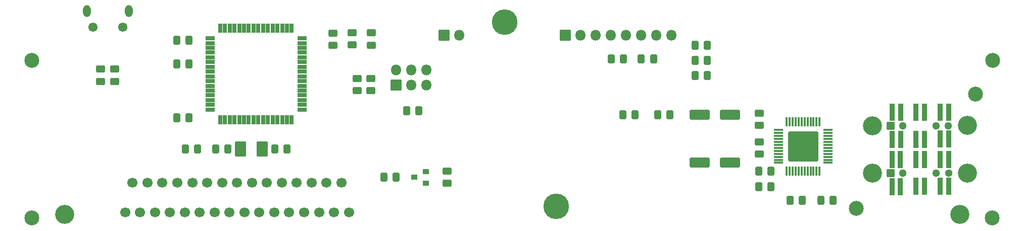
<source format=gts>
%TF.GenerationSoftware,KiCad,Pcbnew,7.0.2-0*%
%TF.CreationDate,2023-12-20T15:00:36+01:00*%
%TF.ProjectId,A500KBMini,41353030-4b42-44d6-996e-692e6b696361,3*%
%TF.SameCoordinates,Original*%
%TF.FileFunction,Soldermask,Top*%
%TF.FilePolarity,Negative*%
%FSLAX46Y46*%
G04 Gerber Fmt 4.6, Leading zero omitted, Abs format (unit mm)*
G04 Created by KiCad (PCBNEW 7.0.2-0) date 2023-12-20 15:00:36*
%MOMM*%
%LPD*%
G01*
G04 APERTURE LIST*
G04 Aperture macros list*
%AMRoundRect*
0 Rectangle with rounded corners*
0 $1 Rounding radius*
0 $2 $3 $4 $5 $6 $7 $8 $9 X,Y pos of 4 corners*
0 Add a 4 corners polygon primitive as box body*
4,1,4,$2,$3,$4,$5,$6,$7,$8,$9,$2,$3,0*
0 Add four circle primitives for the rounded corners*
1,1,$1+$1,$2,$3*
1,1,$1+$1,$4,$5*
1,1,$1+$1,$6,$7*
1,1,$1+$1,$8,$9*
0 Add four rect primitives between the rounded corners*
20,1,$1+$1,$2,$3,$4,$5,0*
20,1,$1+$1,$4,$5,$6,$7,0*
20,1,$1+$1,$6,$7,$8,$9,0*
20,1,$1+$1,$8,$9,$2,$3,0*%
G04 Aperture macros list end*
%ADD10C,4.300000*%
%ADD11RoundRect,0.050000X-0.400000X1.375000X-0.400000X-1.375000X0.400000X-1.375000X0.400000X1.375000X0*%
%ADD12C,2.500000*%
%ADD13C,3.200000*%
%ADD14O,1.300000X2.000000*%
%ADD15C,1.550000*%
%ADD16RoundRect,0.300000X-0.450000X0.325000X-0.450000X-0.325000X0.450000X-0.325000X0.450000X0.325000X0*%
%ADD17RoundRect,0.300000X-0.325000X-0.450000X0.325000X-0.450000X0.325000X0.450000X-0.325000X0.450000X0*%
%ADD18RoundRect,0.300000X0.325000X0.450000X-0.325000X0.450000X-0.325000X-0.450000X0.325000X-0.450000X0*%
%ADD19RoundRect,0.300000X1.412500X0.550000X-1.412500X0.550000X-1.412500X-0.550000X1.412500X-0.550000X0*%
%ADD20RoundRect,0.300000X0.450000X-0.325000X0.450000X0.325000X-0.450000X0.325000X-0.450000X-0.325000X0*%
%ADD21RoundRect,0.050000X0.450000X0.400000X-0.450000X0.400000X-0.450000X-0.400000X0.450000X-0.400000X0*%
%ADD22RoundRect,0.125000X0.075000X0.662500X-0.075000X0.662500X-0.075000X-0.662500X0.075000X-0.662500X0*%
%ADD23RoundRect,0.125000X0.662500X0.075000X-0.662500X0.075000X-0.662500X-0.075000X0.662500X-0.075000X0*%
%ADD24RoundRect,0.300000X2.250000X2.250000X-2.250000X2.250000X-2.250000X-2.250000X2.250000X-2.250000X0*%
%ADD25C,1.300000*%
%ADD26RoundRect,0.050000X-0.600000X-0.600000X0.600000X-0.600000X0.600000X0.600000X-0.600000X0.600000X0*%
%ADD27O,1.800000X1.800000*%
%ADD28RoundRect,0.050000X0.850000X-0.850000X0.850000X0.850000X-0.850000X0.850000X-0.850000X-0.850000X0*%
%ADD29RoundRect,0.050000X0.850000X1.200000X-0.850000X1.200000X-0.850000X-1.200000X0.850000X-1.200000X0*%
%ADD30RoundRect,0.050000X0.400000X-1.375000X0.400000X1.375000X-0.400000X1.375000X-0.400000X-1.375000X0*%
%ADD31RoundRect,0.050000X0.275000X-0.750000X0.275000X0.750000X-0.275000X0.750000X-0.275000X-0.750000X0*%
%ADD32RoundRect,0.050000X-0.750000X-0.275000X0.750000X-0.275000X0.750000X0.275000X-0.750000X0.275000X0*%
%ADD33C,1.700000*%
G04 APERTURE END LIST*
D10*
%TO.C,H26*%
X386402580Y-226021900D03*
%TD*%
D11*
%TO.C,D51*%
X451383400Y-241187500D03*
X451383400Y-245687500D03*
X452783400Y-245687500D03*
X452783400Y-241187500D03*
%TD*%
D12*
%TO.C,H25*%
X465376260Y-238102140D03*
%TD*%
%TO.C,H24*%
X445394080Y-257342640D03*
%TD*%
D13*
%TO.C,H23*%
X312681620Y-258340860D03*
%TD*%
%TO.C,H22*%
X462699100Y-258343400D03*
%TD*%
D14*
%TO.C,J2*%
X323450000Y-224150000D03*
X316450000Y-224150000D03*
D15*
X322450000Y-226850000D03*
X317450000Y-226850000D03*
%TD*%
D16*
%TO.C,R16*%
X360885740Y-229834440D03*
X360885740Y-227784440D03*
%TD*%
%TO.C,R15*%
X364111540Y-229857520D03*
X364111540Y-227807520D03*
%TD*%
D17*
%TO.C,R14*%
X408323000Y-241554000D03*
X406273000Y-241554000D03*
%TD*%
%TO.C,R13*%
X414147000Y-241554000D03*
X412097000Y-241554000D03*
%TD*%
D18*
%TO.C,R12*%
X418338000Y-229870000D03*
X420388000Y-229870000D03*
%TD*%
D16*
%TO.C,R11*%
X363982000Y-237490000D03*
X363982000Y-235440000D03*
%TD*%
%TO.C,R10*%
X361696000Y-237499000D03*
X361696000Y-235449000D03*
%TD*%
D18*
%TO.C,R9*%
X418329000Y-232410000D03*
X420379000Y-232410000D03*
%TD*%
%TO.C,R8*%
X418329000Y-234950000D03*
X420379000Y-234950000D03*
%TD*%
D19*
%TO.C,C16*%
X419100000Y-241550000D03*
X424175000Y-241550000D03*
%TD*%
%TO.C,C15*%
X419100000Y-249650000D03*
X424175000Y-249650000D03*
%TD*%
D17*
%TO.C,R7*%
X431050000Y-253700000D03*
X429000000Y-253700000D03*
%TD*%
D18*
%TO.C,R6*%
X409325000Y-232200000D03*
X411375000Y-232200000D03*
%TD*%
%TO.C,R5*%
X370025000Y-240900000D03*
X372075000Y-240900000D03*
%TD*%
D20*
%TO.C,R4*%
X321050000Y-233900000D03*
X321050000Y-235950000D03*
%TD*%
%TO.C,R3*%
X318700000Y-233900000D03*
X318700000Y-235950000D03*
%TD*%
D17*
%TO.C,R2*%
X368275000Y-252100000D03*
X366225000Y-252100000D03*
%TD*%
D20*
%TO.C,R1*%
X376800000Y-251050000D03*
X376800000Y-253100000D03*
%TD*%
D21*
%TO.C,Q1*%
X371250000Y-252100000D03*
X373250000Y-251150000D03*
X373250000Y-253050000D03*
%TD*%
D10*
%TO.C,H19*%
X395097000Y-256971800D03*
%TD*%
D12*
%TO.C,H18*%
X468193120Y-232435400D03*
%TD*%
%TO.C,H17*%
X468172800Y-258927600D03*
%TD*%
%TO.C,H16*%
X307195220Y-232443020D03*
%TD*%
%TO.C,H15*%
X307200000Y-258950000D03*
%TD*%
D18*
%TO.C,C9*%
X434250000Y-255950000D03*
X436300000Y-255950000D03*
%TD*%
%TO.C,C13*%
X429025000Y-251050000D03*
X431075000Y-251050000D03*
%TD*%
D17*
%TO.C,C14*%
X406375000Y-232200000D03*
X404325000Y-232200000D03*
%TD*%
D13*
%TO.C,H4*%
X463956400Y-243382800D03*
%TD*%
%TO.C,H3*%
X448056000Y-243400000D03*
%TD*%
%TO.C,H2*%
X448081400Y-251358400D03*
%TD*%
%TO.C,H1*%
X463956400Y-251358400D03*
%TD*%
D16*
%TO.C,C12*%
X429150000Y-248200000D03*
X429150000Y-246150000D03*
%TD*%
D17*
%TO.C,C11*%
X441450000Y-255950000D03*
X439400000Y-255950000D03*
%TD*%
D22*
%TO.C,U1*%
X439212500Y-251062500D03*
X438712500Y-251062500D03*
X438212500Y-251062500D03*
X437712500Y-251062500D03*
X437212500Y-251062500D03*
X436712500Y-251062500D03*
X436212500Y-251062500D03*
X435712500Y-251062500D03*
X435212500Y-251062500D03*
X434712500Y-251062500D03*
X434212500Y-251062500D03*
X433712500Y-251062500D03*
D23*
X432300000Y-249650000D03*
X432300000Y-249150000D03*
X432300000Y-248650000D03*
X432300000Y-248150000D03*
X432300000Y-247650000D03*
X432300000Y-247150000D03*
X432300000Y-246650000D03*
X432300000Y-246150000D03*
X432300000Y-245650000D03*
X432300000Y-245150000D03*
X432300000Y-244650000D03*
X432300000Y-244150000D03*
D22*
X433712500Y-242737500D03*
X434212500Y-242737500D03*
X434712500Y-242737500D03*
X435212500Y-242737500D03*
X435712500Y-242737500D03*
X436212500Y-242737500D03*
X436712500Y-242737500D03*
X437212500Y-242737500D03*
X437712500Y-242737500D03*
X438212500Y-242737500D03*
X438712500Y-242737500D03*
X439212500Y-242737500D03*
D23*
X440625000Y-244150000D03*
X440625000Y-244650000D03*
X440625000Y-245150000D03*
X440625000Y-245650000D03*
X440625000Y-246150000D03*
X440625000Y-246650000D03*
X440625000Y-247150000D03*
X440625000Y-247650000D03*
X440625000Y-248150000D03*
X440625000Y-248650000D03*
X440625000Y-249150000D03*
X440625000Y-249650000D03*
D24*
X436462500Y-246900000D03*
%TD*%
D18*
%TO.C,C8*%
X331500000Y-229000000D03*
X333550000Y-229000000D03*
%TD*%
D20*
%TO.C,C7*%
X429150000Y-241300000D03*
X429150000Y-243350000D03*
%TD*%
D17*
%TO.C,C2*%
X333550000Y-242050000D03*
X331500000Y-242050000D03*
%TD*%
%TO.C,C1*%
X334960500Y-247309100D03*
X332910500Y-247309100D03*
%TD*%
D11*
%TO.C,D53*%
X459447200Y-241167200D03*
X459447200Y-245667200D03*
X460847200Y-245667200D03*
X460847200Y-241167200D03*
%TD*%
%TO.C,D52*%
X455395900Y-241179900D03*
X455395900Y-245679900D03*
X456795900Y-245679900D03*
X456795900Y-241179900D03*
%TD*%
D25*
%TO.C,D4*%
X460829400Y-251358400D03*
X458779400Y-251358400D03*
D26*
X451129400Y-251358400D03*
D25*
X453179400Y-251358400D03*
%TD*%
%TO.C,D3*%
X460801240Y-243420900D03*
X458751240Y-243420900D03*
D26*
X451101240Y-243420900D03*
D25*
X453151240Y-243420900D03*
%TD*%
D27*
%TO.C,J5*%
X378838460Y-228178360D03*
D28*
X376298460Y-228178360D03*
%TD*%
D29*
%TO.C,Y2*%
X342123300Y-247321800D03*
X345823300Y-247321800D03*
%TD*%
D30*
%TO.C,D7*%
X460858400Y-253625000D03*
X460858400Y-249125000D03*
X459458400Y-249125000D03*
X459458400Y-253625000D03*
%TD*%
%TO.C,D6*%
X456794400Y-253625000D03*
X456794400Y-249125000D03*
X455394400Y-249125000D03*
X455394400Y-253625000D03*
%TD*%
%TO.C,D5*%
X452767000Y-253638000D03*
X452767000Y-249138000D03*
X451367000Y-249138000D03*
X451367000Y-253638000D03*
%TD*%
D27*
%TO.C,J4*%
X414380000Y-228200000D03*
X411840000Y-228200000D03*
X409300000Y-228200000D03*
X406760000Y-228200000D03*
X404220000Y-228200000D03*
X401680000Y-228200000D03*
X399140000Y-228200000D03*
D28*
X396600000Y-228200000D03*
%TD*%
D31*
%TO.C,U2*%
X338748400Y-227004200D03*
X339548400Y-227004200D03*
X340348400Y-227004200D03*
X341148400Y-227004200D03*
X341948400Y-227004200D03*
X342748400Y-227004200D03*
X343548400Y-227004200D03*
X344348400Y-227004200D03*
X345148400Y-227004200D03*
X345948400Y-227004200D03*
X346748400Y-227004200D03*
X347548400Y-227004200D03*
X348348400Y-227004200D03*
X349148400Y-227004200D03*
X349948400Y-227004200D03*
X350748400Y-227004200D03*
D32*
X352448400Y-228704200D03*
X352448400Y-229504200D03*
X352448400Y-230304200D03*
X352448400Y-231104200D03*
X352448400Y-231904200D03*
X352448400Y-232704200D03*
X352448400Y-233504200D03*
X352448400Y-234304200D03*
X352448400Y-235104200D03*
X352448400Y-235904200D03*
X352448400Y-236704200D03*
X352448400Y-237504200D03*
X352448400Y-238304200D03*
X352448400Y-239104200D03*
X352448400Y-239904200D03*
X352448400Y-240704200D03*
D31*
X350748400Y-242404200D03*
X349948400Y-242404200D03*
X349148400Y-242404200D03*
X348348400Y-242404200D03*
X347548400Y-242404200D03*
X346748400Y-242404200D03*
X345948400Y-242404200D03*
X345148400Y-242404200D03*
X344348400Y-242404200D03*
X343548400Y-242404200D03*
X342748400Y-242404200D03*
X341948400Y-242404200D03*
X341148400Y-242404200D03*
X340348400Y-242404200D03*
X339548400Y-242404200D03*
X338748400Y-242404200D03*
D32*
X337048400Y-240704200D03*
X337048400Y-239904200D03*
X337048400Y-239104200D03*
X337048400Y-238304200D03*
X337048400Y-237504200D03*
X337048400Y-236704200D03*
X337048400Y-235904200D03*
X337048400Y-235104200D03*
X337048400Y-234304200D03*
X337048400Y-233504200D03*
X337048400Y-232704200D03*
X337048400Y-231904200D03*
X337048400Y-231104200D03*
X337048400Y-230304200D03*
X337048400Y-229504200D03*
X337048400Y-228704200D03*
%TD*%
D27*
%TO.C,J3*%
X373280000Y-234060000D03*
X373280000Y-236600000D03*
X370740000Y-234060000D03*
X370740000Y-236600000D03*
X368200000Y-234060000D03*
D28*
X368200000Y-236600000D03*
%TD*%
D16*
%TO.C,C6*%
X357644700Y-229867680D03*
X357644700Y-227817680D03*
%TD*%
D18*
%TO.C,C5*%
X331475000Y-233050000D03*
X333525000Y-233050000D03*
%TD*%
D17*
%TO.C,C4*%
X340071200Y-247296400D03*
X338021200Y-247296400D03*
%TD*%
%TO.C,C3*%
X349946500Y-247359900D03*
X347896500Y-247359900D03*
%TD*%
D33*
%TO.C,J1*%
X360326000Y-257984000D03*
X359076000Y-252984000D03*
X357826000Y-257984000D03*
X356576000Y-252984000D03*
X355326000Y-257984000D03*
X354076000Y-252984000D03*
X352826000Y-257984000D03*
X351576000Y-252984000D03*
X350326000Y-257984000D03*
X349076000Y-252984000D03*
X347826000Y-257984000D03*
X346576000Y-252984000D03*
X345326000Y-257984000D03*
X344076000Y-252984000D03*
X342826000Y-257984000D03*
X341576000Y-252984000D03*
X340326000Y-257984000D03*
X339076000Y-252984000D03*
X337826000Y-257984000D03*
X336576000Y-252984000D03*
X335326000Y-257984000D03*
X334076000Y-252984000D03*
X332826000Y-257984000D03*
X331576000Y-252984000D03*
X330326000Y-257984000D03*
X329076000Y-252984000D03*
X327826000Y-257984000D03*
X326576000Y-252984000D03*
X325326000Y-257984000D03*
X324076000Y-252984000D03*
X322826000Y-257984000D03*
%TD*%
M02*

</source>
